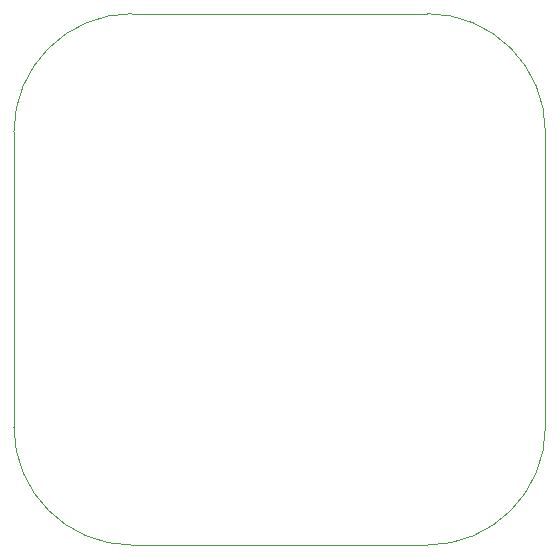
<source format=gko>
G04 #@! TF.FileFunction,Profile,NP*
%FSLAX46Y46*%
G04 Gerber Fmt 4.6, Leading zero omitted, Abs format (unit mm)*
G04 Created by KiCad (PCBNEW (2014-11-17 BZR 5289)-product) date Wed 28 Oct 2015 02:20:07 PM EDT*
%MOMM*%
G01*
G04 APERTURE LIST*
%ADD10C,0.100000*%
G04 APERTURE END LIST*
D10*
X190000000Y-112500000D02*
G75*
G03X200000000Y-122500000I10000000J0D01*
G01*
X200000000Y-77500000D02*
G75*
G03X190000000Y-87500000I0J-10000000D01*
G01*
X235000000Y-87500000D02*
G75*
G03X225000000Y-77500000I-10000000J0D01*
G01*
X225000000Y-122500000D02*
G75*
G03X235000000Y-112500000I0J10000000D01*
G01*
X235000000Y-87500000D02*
X235000000Y-112500000D01*
X190000000Y-87500000D02*
X190000000Y-112500000D01*
X200000000Y-77500000D02*
X225000000Y-77500000D01*
X200000000Y-122500000D02*
X225000000Y-122500000D01*
M02*

</source>
